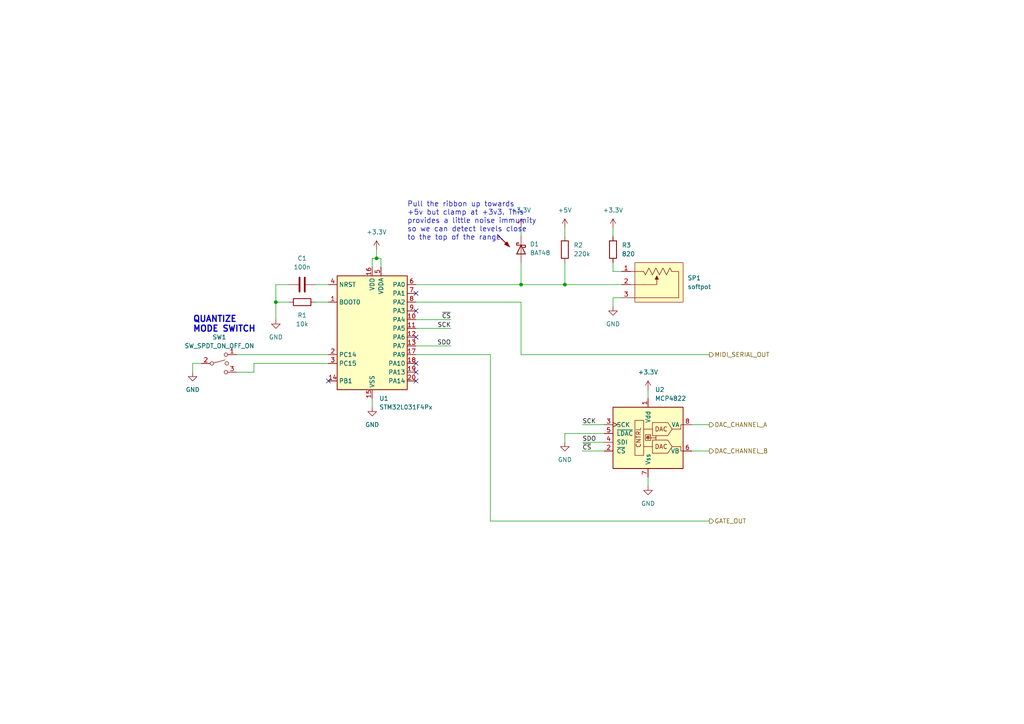
<source format=kicad_sch>
(kicad_sch (version 20230121) (generator eeschema)
  (paper "A4")
  (title_block (title "Rust Ribbon Controller Schematic Snippet") (date "2023-02-12") (rev "0.1") (comment 1 "creativecommons.org/licences/by/4.0/") (comment 2 "Licence: CC by 4.0") (comment 3 "Author: Jordan Aceto"))
  (lib_symbols
    (symbol "Analog_DAC:MCP4822" (pin_names (offset 1.016))
      (property "Reference" "U" (at -2.54 10.795 0))
      (property "Value" "MCP4822" (at -2.54 8.89 0))
      (symbol "MCP4822_0_0"
        (polyline (pts (xy 0 -1.778) (xy 0 -0.635)))
        (polyline (pts (xy 0.381 -0.889) (xy 0.508 -0.762)))
        (polyline (pts (xy 2.286 -1.143) (xy 2.286 -1.905)))
        (polyline (pts (xy 0.381 -0.889) (xy -0.381 -0.889) (xy -0.508 -1.016)))
        (polyline (pts (xy 0.762 -1.27) (xy 2.286 -1.27) (xy 2.286 -0.762)))
        (polyline (pts (xy 0 -0.889) (xy 0.508 -1.397) (xy -0.508 -1.397) (xy 0 -0.889)))
        (polyline (pts (xy 6.985 -3.81) (xy 9.525 -3.81) (xy 9.525 -5.08) (xy 10.16 -5.08)))
        (polyline (pts (xy 6.985 1.27) (xy 9.525 1.27) (xy 9.525 2.54) (xy 10.16 2.54)))
        (rectangle (start 0.762 -0.381) (end -0.762 -2.032))
        (text "CNTRL" (at -2.032 -4.191 900) (effects (font (size 1.27 1.27)) (justify left bottom)))
        (text "DAC" (at 3.81 -3.81 0) (effects (font (size 1.27 1.27))))
        (text "DAC" (at 3.81 1.27 0) (effects (font (size 1.27 1.27))))
      )
      (symbol "MCP4822_0_1"
        (rectangle (start -10.16 7.62) (end 10.16 -10.16) (stroke (width 0.254)) (fill (type background)))
        (rectangle (start -1.27 -6.35) (end -3.81 3.81))
        (polyline (pts (xy 1.27 -3.81) (xy -1.27 -3.81)))
        (polyline (pts (xy 1.27 1.27) (xy -1.27 1.27)))
        (polyline (pts (xy 6.985 -3.81) (xy 5.715 -1.905) (xy 1.27 -1.905) (xy 1.27 -5.715) (xy 5.715 -5.715) (xy 6.985 -3.81)))
        (polyline (pts (xy 6.985 1.27) (xy 5.715 3.175) (xy 1.27 3.175) (xy 1.27 -0.635) (xy 5.715 -0.635) (xy 6.985 1.27)))
      )
      (symbol "MCP4822_1_1"
        (pin power_in line (at 0 10.16 270) (length 2.54) (name "Vdd") (number "1"))
        (pin input line (at -12.7 -5.08 0) (length 2.54) (name "~{CS}") (number "2"))
        (pin input clock (at -12.7 2.54 0) (length 2.54) (name "SCK") (number "3"))
        (pin input line (at -12.7 -2.54 0) (length 2.54) (name "SDI") (number "4"))
        (pin input line (at -12.7 0 0) (length 2.54) (name "~{LDAC}") (number "5"))
        (pin output line (at 12.7 -5.08 180) (length 2.54) (name "VB") (number "6"))
        (pin power_in line (at 0 -12.7 90) (length 2.54) (name "Vss") (number "7"))
        (pin output line (at 12.7 2.54 180) (length 2.54) (name "VA") (number "8"))
      )
    )
    (symbol "Device:C" (pin_numbers hide) (pin_names (offset 0.254))
      (property "Reference" "C" (at 0.635 2.54 0))
      (property "Value" "C" (at 0.635 -2.54 0))
      (symbol "C_0_1"
        (polyline (pts (xy -2.032 -0.762) (xy 2.032 -0.762)) (stroke (width 0.508)))
        (polyline (pts (xy -2.032 0.762) (xy 2.032 0.762)) (stroke (width 0.508)))
      )
      (symbol "C_1_1"
        (pin passive line (at 0 3.81 270) (length 2.794) (name "~") (number "1"))
        (pin passive line (at 0 -3.81 90) (length 2.794) (name "~") (number "2"))
      )
    )
    (symbol "Device:D_Schottky" (pin_numbers hide) (pin_names (offset 1.016) hide)
      (property "Reference" "D" (at 0 2.54 0))
      (property "Value" "D_Schottky" (at 0 -2.54 0))
      (symbol "D_Schottky_0_1"
        (polyline (pts (xy 1.27 0) (xy -1.27 0)))
        (polyline (pts (xy 1.27 1.27) (xy 1.27 -1.27) (xy -1.27 0) (xy 1.27 1.27)) (stroke (width 0.254)))
        (polyline (pts (xy -1.905 0.635) (xy -1.905 1.27) (xy -1.27 1.27) (xy -1.27 -1.27) (xy -0.635 -1.27) (xy -0.635 -0.635)) (stroke (width 0.254)))
      )
      (symbol "D_Schottky_1_1"
        (pin passive line (at -3.81 0 0) (length 2.54) (name "K") (number "1"))
        (pin passive line (at 3.81 0 180) (length 2.54) (name "A") (number "2"))
      )
    )
    (symbol "Device:R" (pin_numbers hide) (pin_names (offset 0))
      (property "Reference" "R" (at 2.032 0 90))
      (property "Value" "R" (at 0 0 90))
      (symbol "R_0_1"
        (rectangle (start -1.016 -2.54) (end 1.016 2.54) (stroke (width 0.254)))
      )
      (symbol "R_1_1"
        (pin passive line (at 0 3.81 270) (length 1.27) (name "~") (number "1"))
        (pin passive line (at 0 -3.81 90) (length 1.27) (name "~") (number "2"))
      )
    )
    (symbol "Graphic:SYM_Arrow45_Normal" (pin_names (offset 1.016))
      (symbol "SYM_Arrow45_Normal_0_1"
        (polyline (pts (xy 1.524 -1.524) (xy -1.778 1.778)) (stroke (width 0.254)))
        (polyline (pts (xy 1.778 -1.778) (xy 0.254 -1.016) (xy 1.016 -0.254) (xy 1.778 -1.778)) (fill (type outline)))
      )
    )
    (symbol "MCU_ST_STM32L0:STM32L031F4Px"
      (property "Reference" "U" (at -10.16 16.51 0))
      (property "Value" "STM32L031F4Px" (at 5.08 16.51 0))
      (symbol "STM32L031F4Px_0_1"
        (rectangle (start -10.16 -17.78) (end 10.16 15.24) (stroke (width 0.254)) (fill (type background)))
      )
      (symbol "STM32L031F4Px_1_1"
        (pin input line (at -12.7 7.62 0) (length 2.54) (name "BOOT0") (number "1"))
        (pin bidirectional line (at 12.7 2.54 180) (length 2.54) (name "PA4") (number "10"))
        (pin bidirectional line (at 12.7 0 180) (length 2.54) (name "PA5") (number "11"))
        (pin bidirectional line (at 12.7 -2.54 180) (length 2.54) (name "PA6") (number "12"))
        (pin bidirectional line (at 12.7 -5.08 180) (length 2.54) (name "PA7") (number "13"))
        (pin bidirectional line (at -12.7 -15.24 0) (length 2.54) (name "PB1") (number "14"))
        (pin power_in line (at 0 -20.32 90) (length 2.54) (name "VSS") (number "15"))
        (pin power_in line (at 0 17.78 270) (length 2.54) (name "VDD") (number "16"))
        (pin bidirectional line (at 12.7 -7.62 180) (length 2.54) (name "PA9") (number "17"))
        (pin bidirectional line (at 12.7 -10.16 180) (length 2.54) (name "PA10") (number "18"))
        (pin bidirectional line (at 12.7 -12.7 180) (length 2.54) (name "PA13") (number "19"))
        (pin bidirectional line (at -12.7 -7.62 0) (length 2.54) (name "PC14") (number "2"))
        (pin bidirectional line (at 12.7 -15.24 180) (length 2.54) (name "PA14") (number "20"))
        (pin bidirectional line (at -12.7 -10.16 0) (length 2.54) (name "PC15") (number "3"))
        (pin input line (at -12.7 12.7 0) (length 2.54) (name "NRST") (number "4"))
        (pin power_in line (at 2.54 17.78 270) (length 2.54) (name "VDDA") (number "5"))
        (pin bidirectional line (at 12.7 12.7 180) (length 2.54) (name "PA0") (number "6"))
        (pin bidirectional line (at 12.7 10.16 180) (length 2.54) (name "PA1") (number "7"))
        (pin bidirectional line (at 12.7 7.62 180) (length 2.54) (name "PA2") (number "8"))
        (pin bidirectional line (at 12.7 5.08 180) (length 2.54) (name "PA3") (number "9"))
      )
    )
    (symbol "Switch:SW_SPDT_MSM" (pin_names (offset 0) hide)
      (property "Reference" "SW" (at 0 5.08 0))
      (property "Value" "SW_SPDT_MSM" (at 0 -5.08 0))
      (symbol "SW_SPDT_MSM_0_0"
        (circle (center -2.032 0) (radius 0.508))
        (polyline (pts (xy -1.524 0.127) (xy 1.778 1.016)))
        (circle (center 2.032 -2.54) (radius 0.508))
      )
      (symbol "SW_SPDT_MSM_0_1"
        (circle (center 2.032 2.54) (radius 0.508))
        (circle (center 2.286 0) (radius 0.508))
      )
      (symbol "SW_SPDT_MSM_1_1"
        (pin passive line (at 5.08 2.54 180) (length 2.54) (name "1") (number "1"))
        (pin passive line (at -5.08 0 0) (length 2.54) (name "2") (number "2"))
        (pin passive line (at 5.08 -2.54 180) (length 2.54) (name "3") (number "3"))
      )
    )
    (symbol "custom_symbols:softpot"
      (property "Reference" "SP" (at 0 10.16 0))
      (property "Value" "softpot" (at 0 7.62 0))
      (symbol "softpot_0_1"
        (polyline (pts (xy 3.81 -3.81) (xy 7.62 -3.81)))
        (polyline (pts (xy 3.81 3.81) (xy 7.62 3.81)))
        (polyline (pts (xy 7.62 0) (xy 3.81 0)))
        (polyline (pts (xy 3.81 0) (xy 0 0) (xy 0 1.524)))
        (polyline (pts (xy -4.318 3.81) (xy -6.35 3.81) (xy -6.35 -3.81) (xy 3.81 -3.81)))
        (polyline (pts (xy -2.286 3.81) (xy -2.794 2.794) (xy -3.81 4.826) (xy -4.318 3.81)))
        (polyline (pts (xy -0.254 3.81) (xy -0.762 2.794) (xy -1.778 4.826) (xy -2.286 3.81)))
        (polyline (pts (xy 0 2.54) (xy 0.508 1.524) (xy -0.508 1.524) (xy 0 2.54)) (fill (type outline)))
        (polyline (pts (xy 1.778 3.81) (xy 1.27 2.794) (xy 0.254 4.826) (xy -0.254 3.81)))
        (polyline (pts (xy 3.81 3.81) (xy 3.302 2.794) (xy 2.286 4.826) (xy 1.778 3.81)))
        (rectangle (start 6.35 -5.08) (end -7.62 6.35) (fill (type background)))
      )
      (symbol "softpot_1_1"
        (pin passive line (at 10.16 3.81 180) (length 2.54) (name "") (number "1"))
        (pin passive line (at 10.16 0 180) (length 2.54) (name "") (number "2"))
        (pin passive line (at 10.16 -3.81 180) (length 2.54) (name "") (number "3"))
      )
    )
    (symbol "power:+3.3V" (power) (pin_names (offset 0))
      (property "Value" "+3.3V" (at 0 3.556 0))
      (symbol "+3.3V_0_1"
        (polyline (pts (xy -0.762 1.27) (xy 0 2.54)))
        (polyline (pts (xy 0 0) (xy 0 2.54)))
        (polyline (pts (xy 0 2.54) (xy 0.762 1.27)))
      )
      (symbol "+3.3V_1_1"
        (pin power_in line (at 0 0 90) (length 0) hide (name "+3.3V") (number "1"))
      )
    )
    (symbol "power:+5V" (power) (pin_names (offset 0))
      (property "Value" "+5V" (at 0 3.556 0))
      (symbol "+5V_0_1"
        (polyline (pts (xy -0.762 1.27) (xy 0 2.54)))
        (polyline (pts (xy 0 0) (xy 0 2.54)))
        (polyline (pts (xy 0 2.54) (xy 0.762 1.27)))
      )
      (symbol "+5V_1_1"
        (pin power_in line (at 0 0 90) (length 0) hide (name "+5V") (number "1"))
      )
    )
    (symbol "power:GND" (power) (pin_names (offset 0))
      (property "Value" "GND" (at 0 -3.81 0))
      (symbol "GND_0_1"
        (polyline (pts (xy 0 0) (xy 0 -1.27) (xy 1.27 -1.27) (xy 0 -2.54) (xy -1.27 -1.27) (xy 0 -1.27)))
      )
      (symbol "GND_1_1"
        (pin power_in line (at 0 0 270) (length 0) hide (name "GND") (number "1"))
      )
    )
  )
  (junction (at 80.01 87.63))
  (junction (at 163.83 82.55))
  (junction (at 109.22 74.93))
  (junction (at 151.13 82.55))
  (no_connect (at 120.65 85.09))
  (no_connect (at 120.65 97.79))
  (no_connect (at 120.65 110.49))
  (no_connect (at 120.65 90.17))
  (no_connect (at 95.25 110.49))
  (no_connect (at 120.65 107.95))
  (no_connect (at 120.65 105.41))
  (wire (pts (xy 120.65 92.71) (xy 130.81 92.71)))
  (wire (pts (xy 180.34 82.55) (xy 163.83 82.55)))
  (wire (pts (xy 80.01 82.55) (xy 80.01 87.63)))
  (wire (pts (xy 177.8 76.2) (xy 177.8 78.74)))
  (wire (pts (xy 68.58 102.87) (xy 95.25 102.87)))
  (wire (pts (xy 200.66 123.19) (xy 205.74 123.19)))
  (wire (pts (xy 177.8 86.36) (xy 180.34 86.36)))
  (wire (pts (xy 80.01 87.63) (xy 80.01 92.71)))
  (wire (pts (xy 109.22 72.39) (xy 109.22 74.93)))
  (wire (pts (xy 151.13 76.2) (xy 151.13 82.55)))
  (wire (pts (xy 142.24 151.13) (xy 205.74 151.13)))
  (wire (pts (xy 151.13 82.55) (xy 163.83 82.55)))
  (wire (pts (xy 205.74 102.87) (xy 151.13 102.87)))
  (wire (pts (xy 68.58 107.95) (xy 73.66 107.95)))
  (wire (pts (xy 151.13 102.87) (xy 151.13 87.63)))
  (wire (pts (xy 177.8 88.9) (xy 177.8 86.36)))
  (wire (pts (xy 120.65 95.25) (xy 130.81 95.25)))
  (wire (pts (xy 120.65 100.33) (xy 130.81 100.33)))
  (wire (pts (xy 151.13 87.63) (xy 120.65 87.63)))
  (wire (pts (xy 177.8 66.04) (xy 177.8 68.58)))
  (wire (pts (xy 73.66 105.41) (xy 95.25 105.41)))
  (wire (pts (xy 91.44 82.55) (xy 95.25 82.55)))
  (wire (pts (xy 177.8 78.74) (xy 180.34 78.74)))
  (wire (pts (xy 109.22 74.93) (xy 107.95 74.93)))
  (wire (pts (xy 107.95 74.93) (xy 107.95 77.47)))
  (wire (pts (xy 200.66 130.81) (xy 205.74 130.81)))
  (wire (pts (xy 163.83 66.04) (xy 163.83 68.58)))
  (wire (pts (xy 163.83 125.73) (xy 175.26 125.73)))
  (wire (pts (xy 187.96 113.03) (xy 187.96 115.57)))
  (wire (pts (xy 175.26 128.27) (xy 168.91 128.27)))
  (wire (pts (xy 91.44 87.63) (xy 95.25 87.63)))
  (wire (pts (xy 110.49 74.93) (xy 109.22 74.93)))
  (wire (pts (xy 55.88 105.41) (xy 55.88 107.95)))
  (wire (pts (xy 120.65 82.55) (xy 151.13 82.55)))
  (wire (pts (xy 163.83 76.2) (xy 163.83 82.55)))
  (wire (pts (xy 187.96 140.97) (xy 187.96 138.43)))
  (wire (pts (xy 80.01 87.63) (xy 83.82 87.63)))
  (wire (pts (xy 55.88 105.41) (xy 58.42 105.41)))
  (wire (pts (xy 73.66 107.95) (xy 73.66 105.41)))
  (wire (pts (xy 110.49 77.47) (xy 110.49 74.93)))
  (wire (pts (xy 163.83 128.27) (xy 163.83 125.73)))
  (wire (pts (xy 142.24 102.87) (xy 142.24 151.13)))
  (wire (pts (xy 120.65 102.87) (xy 142.24 102.87)))
  (wire (pts (xy 175.26 130.81) (xy 168.91 130.81)))
  (wire (pts (xy 175.26 123.19) (xy 168.91 123.19)))
  (wire (pts (xy 80.01 82.55) (xy 83.82 82.55)))
  (wire (pts (xy 151.13 66.04) (xy 151.13 68.58)))
  (wire (pts (xy 107.95 115.57) (xy 107.95 118.11)))
  (text "QUANTIZE\nMODE SWITCH" (at 55.88 96.52 0) (effects (font (size 1.75 1.75) (thickness 0.35) bold) (justify left bottom)))
  (text "Pull the ribbon up towards \n+5v but clamp at +3v3. This \nprovides a little noise immumity\nso we can detect levels close\nto the top of the range." (at 118.11 69.85 0) (effects (font (size 1.5 1.5)) (justify left bottom)))
  (label "SCK" (at 130.81 95.25 180))
  (label "SDO" (at 168.91 128.27 0))
  (label "~{CS}" (at 130.81 92.71 180))
  (label "SCK" (at 168.91 123.19 0))
  (label "SDO" (at 130.81 100.33 180))
  (label "~{CS}" (at 168.91 130.81 0))
  (hierarchical_label "GATE_OUT" (shape output) (at 205.74 151.13 0))
  (hierarchical_label "DAC_CHANNEL_B" (shape output) (at 205.74 130.81 0))
  (hierarchical_label "MIDI_SERIAL_OUT" (shape output) (at 205.74 102.87 0))
  (hierarchical_label "DAC_CHANNEL_A" (shape output) (at 205.74 123.19 0))
  (symbol (lib_id "power:GND") (at 80.01 92.71 0) (unit 1)
    (property "Reference" "#PWR?" (effects hide))
    (property "Value" "GND" (at 80.01 97.79 0))
  )
  (symbol (lib_id "power:+5V") (at 163.83 66.04 0) (mirror y) (unit 1)
    (property "Reference" "#PWR?" (effects hide))
    (property "Value" "+5V" (at 163.83 60.96 0))
  )
  (symbol (lib_id "power:GND") (at 177.8 88.9 0) (unit 1)
    (property "Reference" "#PWR?" (effects hide))
    (property "Value" "GND" (at 177.8 93.98 0))
  )
  (symbol (lib_id "Device:R") (at 177.8 72.39 0) (unit 1)
    (property "Reference" "R3" (at 180.34 71.1199 0) (effects (justify left)))
    (property "Value" "820" (at 180.34 73.6599 0) (effects (justify left)))
    (property "Footprint" "Resistor_SMD:R_0805_2012Metric" (effects hide))
  )
  (symbol (lib_id "Device:R") (at 87.63 87.63 270) (unit 1)
    (property "Reference" "R1" (at 87.63 91.44 90))
    (property "Value" "10k" (at 87.63 93.98 90))
    (property "Footprint" "Resistor_SMD:R_0805_2012Metric" (effects hide))
  )
  (symbol (lib_id "Graphic:SYM_Arrow45_Normal") (at 146.05 69.85 90) (mirror x) (unit 1)
    (property "Reference" "#SYM?" (effects hide))
    (property "Value" "SYM_Arrow45_Normal" (effects hide))
  )
  (symbol (lib_id "MCU_ST_STM32L0:STM32L031F4Px") (at 107.95 95.25 0) (unit 1)
    (property "Reference" "U1" (at 109.9694 115.57 0) (effects (justify left)))
    (property "Value" "STM32L031F4Px" (at 109.9694 118.11 0) (effects (justify left)))
    (property "Footprint" "Package_SO:TSSOP-20_4.4x6.5mm_P0.65mm" (effects hide))
    (property "Datasheet" "http://www.st.com/st-web-ui/static/active/en/resource/technical/document/datasheet/DM00140359.pdf" (effects hide))
  )
  (symbol (lib_id "power:GND") (at 107.95 118.11 0) (unit 1)
    (property "Reference" "#PWR?" (effects hide))
    (property "Value" "GND" (at 107.95 123.19 0))
  )
  (symbol (lib_id "power:+3.3V") (at 177.8 66.04 0) (mirror y) (unit 1)
    (property "Reference" "#PWR?" (effects hide))
    (property "Value" "+3.3V" (at 177.8 60.96 0))
  )
  (symbol (lib_id "Analog_DAC:MCP4822") (at 187.96 125.73 0) (unit 1)
    (property "Reference" "U2" (at 189.9794 113.03 0) (effects (justify left)))
    (property "Value" "MCP4822" (at 189.9794 115.57 0) (effects (justify left)))
    (property "Datasheet" "http://ww1.microchip.com/downloads/en/DeviceDoc/20002249B.pdf" (effects hide))
  )
  (symbol (lib_id "Device:R") (at 163.83 72.39 0) (unit 1)
    (property "Reference" "R2" (at 166.37 71.1199 0) (effects (justify left)))
    (property "Value" "220k" (at 166.37 73.6599 0) (effects (justify left)))
    (property "Footprint" "Resistor_SMD:R_0805_2012Metric" (effects hide))
  )
  (symbol (lib_id "power:GND") (at 55.88 107.95 0) (unit 1)
    (property "Reference" "#PWR0101" (effects hide))
    (property "Value" "GND" (at 55.88 113.03 0))
  )
  (symbol (lib_id "Device:D_Schottky") (at 151.13 72.39 90) (mirror x) (unit 1)
    (property "Reference" "D1" (at 153.67 70.8024 90) (effects (justify right)))
    (property "Value" "BAT48" (at 153.67 73.3424 90) (effects (justify right)))
    (property "Footprint" "Diode_SMD:D_SOD-123" (effects hide))
  )
  (symbol (lib_id "power:GND") (at 163.83 128.27 0) (unit 1)
    (property "Reference" "#PWR?" (effects hide))
    (property "Value" "GND" (at 163.83 133.35 0))
  )
  (symbol (lib_id "power:GND") (at 187.96 140.97 0) (unit 1)
    (property "Reference" "#PWR?" (effects hide))
    (property "Value" "GND" (at 187.96 146.05 0))
  )
  (symbol (lib_id "Device:C") (at 87.63 82.55 270) (unit 1)
    (property "Reference" "C1" (at 87.63 74.93 90))
    (property "Value" "100n" (at 87.63 77.47 90))
    (property "Footprint" "Capacitor_SMD:C_0805_2012Metric" (effects hide))
  )
  (symbol (lib_id "Switch:SW_SPDT_MSM") (at 63.5 105.41 0) (unit 1)
    (property "Reference" "SW1" (at 63.627 97.79 0))
    (property "Value" "SW_SPDT_ON_OFF_ON" (at 63.627 100.33 0))
  )
  (symbol (lib_id "power:+3.3V") (at 151.13 66.04 0) (mirror y) (unit 1)
    (property "Reference" "#PWR?" (effects hide))
    (property "Value" "+3.3V" (at 151.13 60.96 0))
  )
  (symbol (lib_id "power:+3.3V") (at 187.96 113.03 0) (unit 1)
    (property "Reference" "#PWR?" (effects hide))
    (property "Value" "+3.3V" (at 187.96 107.95 0))
  )
  (symbol (lib_id "power:+3.3V") (at 109.22 72.39 0) (unit 1)
    (property "Reference" "#PWR?" (effects hide))
    (property "Value" "+3.3V" (at 109.22 67.31 0))
  )
  (symbol (lib_id "custom_symbols:softpot") (at 190.5 82.55 0) (mirror y) (unit 1)
    (property "Reference" "SP1" (at 199.39 80.6449 0) (effects (justify right)))
    (property "Value" "softpot" (at 199.39 83.1849 0) (effects (justify right)))
    (property "Footprint" "Connector_Molex:Molex_KK-254_AE-6410-03A_1x03_P2.54mm_Vertical" (effects hide))
  )
)
</source>
